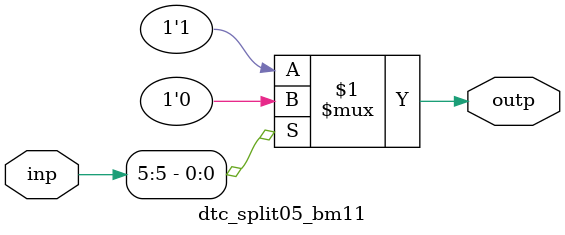
<source format=v>
module dtc_split05_bm11 (
	input  wire [7-1:0] inp,
	output wire [1-1:0] outp
);


	assign outp = (inp[5]) ? 1'b0 : 1'b1;

endmodule
</source>
